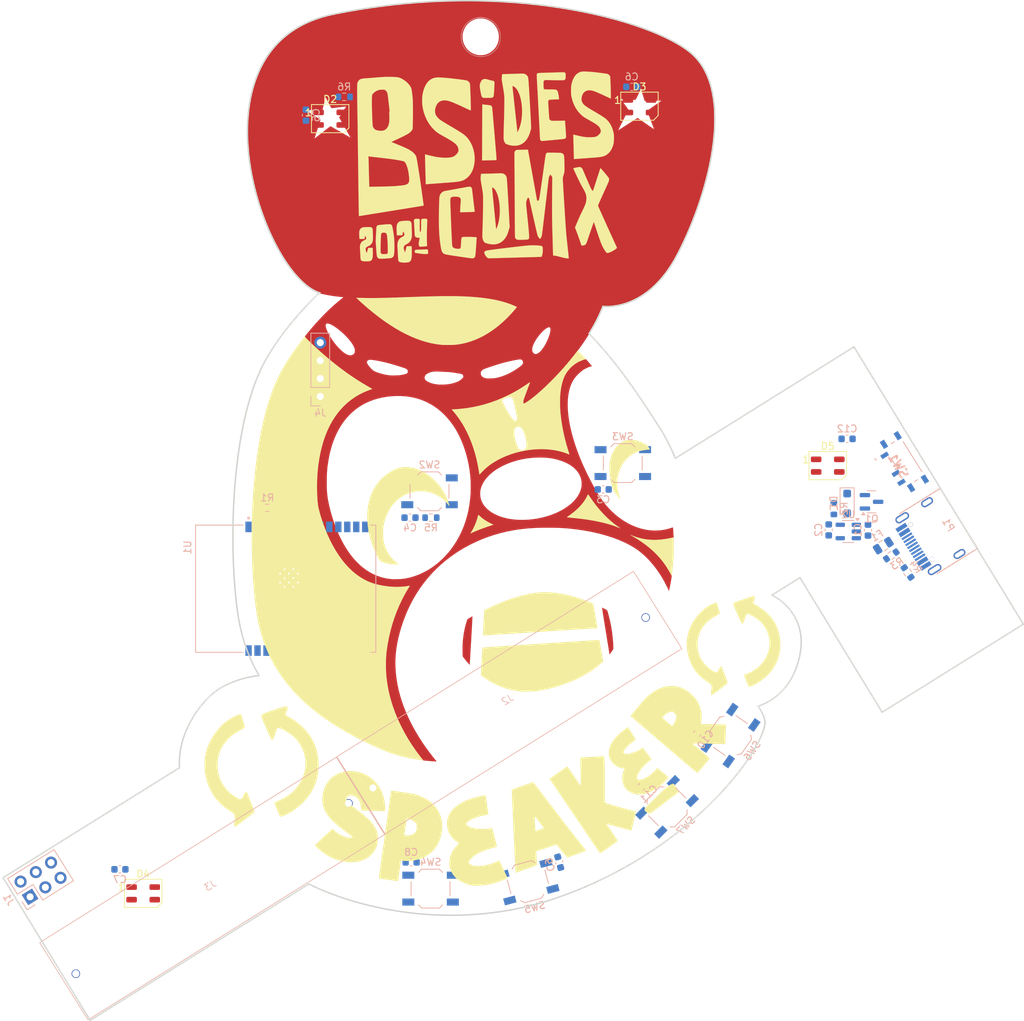
<source format=kicad_pcb>
(kicad_pcb (version 20240108) (generator "pcbnew") (generator_version "8.0")
  (layers (0 "F.Cu" signal) (31 "B.Cu" signal) (34 "B.Paste" user) (35 "F.Paste" user) (36 "B.SilkS" user "B.Silkscreen") (37 "F.SilkS" user "F.Silkscreen") (38 "B.Mask" user) (39 "F.Mask" user) (44 "Edge.Cuts" user))
  (net 0 "")
  (net 1 "Net-(SW1-B)")
  (net 2 "GND")
  (net 3 "+3V3")
  (net 4 "/BOOT")
  (net 5 "/EN")
  (net 6 "/GPIO1")
  (net 7 "/GPIO22")
  (net 8 "/GPIO15")
  (net 9 "/GPIO23")
  (net 10 "Net-(D1-K)")
  (net 11 "VBUS")
  (net 12 "Net-(D2-DIN)")
  (net 13 "Net-(D2-DOUT)")
  (net 14 "Net-(D3-DOUT)")
  (net 15 "Net-(D4-DOUT)")
  (net 17 "Net-(F1-Pad1)")
  (net 24 "+BATT")
  (net 25 "Net-(J2-Pin_1)")
  (net 26 "/SDA")
  (net 27 "/SCL")
  (net 28 "/D+")
  (net 29 "/D-")
  (net 30 "Net-(P1-CC)")
  (net 31 "Net-(P1-VCONN)")
  (net 32 "/PIN")
  (net 41 "/RX")
  (net 43 "/TX")
  (footprint "LED_SMD:LED_WS2812B-Mini_PLCC4_3.5x3.5mm" (layer "F.Cu") (at 120.69 42.7)
    (property "Reference" "D2")
    (property "Value" "WS2812B")
  )
  (footprint "LED_SMD:LED_WS2812B-Mini_PLCC4_3.5x3.5mm" (layer "F.Cu") (at 164.46 40.94)
    (property "Reference" "D3")
    (property "Value" "WS2812B")
  )
  (footprint "LED_SMD:LED_WS2812B-Mini_PLCC4_3.5x3.5mm" (layer "F.Cu") (at 94.23 152.33)
    (property "Reference" "D4")
    (property "Value" "WS2812B")
  )
  (footprint "LED_SMD:LED_WS2812B-Mini_PLCC4_3.5x3.5mm" (layer "F.Cu") (at 191.1 91.8)
    (property "Reference" "D5")
    (property "Value" "WS2812B")
  )
  (footprint "Speaker:Badge Speaker_Bsides 2024 CDMX" (layer "F.Cu") (at 141.83 92.45)
    (property "Reference" "Ref**" (hide yes))
    (property "Value" "Val**" (hide yes))
  )
  (footprint "bsides:BH-AAA-A1aj001" (layer "B.Cu") (at 103.993093 151.644337 -148)
    (property "Reference" "J3")
    (property "Value" "Battery")
  )
  (footprint "Button_Switch_SMD:SW_SPST_TL3342" (layer "B.Cu") (at 148.67 150.68 15)
    (property "Reference" "SW5")
    (property "Value" "~")
  )
  (footprint "Capacitor_SMD:C_0603_1608Metric" (layer "B.Cu") (at 132.145 147.93 180)
    (property "Reference" "C8")
    (property "Value" "0.1uF")
  )
  (footprint "Resistor_SMD:R_0603_1608Metric" (layer "B.Cu") (at 200.0958 104.506799 35)
    (property "Reference" "R3")
    (property "Value" "5k1")
  )
  (footprint "Capacitor_SMD:C_0603_1608Metric" (layer "B.Cu") (at 131.9875 99.16)
    (property "Reference" "C4")
    (property "Value" "0.1uF")
  )
  (footprint "Capacitor_SMD:C_0603_1608Metric" (layer "B.Cu") (at 196.7975 100.925 -90)
    (property "Reference" "C1")
    (property "Value" "10uF")
  )
  (footprint "bsides:Display OLED 128 x32" (layer "B.Cu") (at 119.29 82.01)
    (property "Reference" "J4")
    (property "Value" "OLED")
  )
  (footprint "bsides:C393939" (layer "B.Cu") (at 203.934509 102.844101 -58)
    (property "Reference" "P1")
    (property "Value" "USB_C_Plug_USB2.0" (hide yes))
  )
  (footprint "Package_TO_SOT_SMD:SOT-23-5" (layer "B.Cu") (at 194.01 101.12 180)
    (property "Reference" "U2")
    (property "Value" "AP2112K-3.3")
  )
  (footprint "Diode_SMD:D_SOD-123F" (layer "B.Cu") (at 193.85 97.15 -90)
    (property "Reference" "D1")
    (property "Value" "MBR120")
  )
  (footprint "bsides:MSK12C02" (layer "B.Cu") (at 201.953852 91.247118 -58)
    (property "Reference" "SW1")
    (property "Value" "ON" (hide yes))
  )
  (footprint "Resistor_SMD:R_0603_1608Metric" (layer "B.Cu") (at 134.9475 99.16)
    (property "Reference" "R5")
    (property "Value" "10K")
  )
  (footprint "Capacitor_SMD:C_0603_1608Metric" (layer "B.Cu") (at 163.365 38.2 180)
    (property "Reference" "C6")
    (property "Value" "0.1uF")
  )
  (footprint "Capacitor_SMD:C_0603_1608Metric" (layer "B.Cu") (at 172.63 129.72 55)
    (property "Reference" "C10")
    (property "Value" "0.1uF")
  )
  (footprint "Resistor_SMD:R_0603_1608Metric" (layer "B.Cu") (at 122.68 39.62 180)
    (property "Reference" "R6")
    (property "Value" "470")
  )
  (footprint "Capacitor_SMD:C_0603_1608Metric" (layer "B.Cu") (at 164.74 137.25 45)
    (property "Reference" "C11")
    (property "Value" "0.1uF")
  )
  (footprint "bsides:XCVR_ESP32-C6-WROOM-1-N8" (layer "B.Cu") (at 114.4 109.22 -90)
    (property "Reference" "U1")
    (property "Value" "ESP32-C6-WROOM-1U-N4")
  )
  (footprint "Capacitor_SMD:C_0603_1608Metric" (layer "B.Cu") (at 117.27 42.205 90)
    (property "Reference" "C5")
    (property "Value" "0.1uF")
  )
  (footprint "Button_Switch_SMD:SW_SPST_TL3342" (layer "B.Cu") (at 134.9 151.66 180)
    (property "Reference" "SW4")
    (property "Value" "RESET")
  )
  (footprint "bsides:BH-AAA-A1aj001" (layer "B.Cu") (at 146.043095 125.344337 -148)
    (property "Reference" "J2")
    (property "Value" "Battery")
  )
  (footprint "Resistor_SMD:R_0603_1608Metric" (layer "B.Cu") (at 202.4 106.92 125)
    (property "Reference" "R4")
    (property "Value" "5k1")
  )
  (footprint "Button_Switch_SMD:SW_SPST_TL3342" (layer "B.Cu") (at 177.340376 129.989876 55)
    (property "Reference" "SW6")
    (property "Value" "RESET")
  )
  (footprint "Resistor_SMD:R_0603_1608Metric" (layer "B.Cu") (at 111.78 97.78 180)
    (property "Reference" "R1")
    (property "Value" "3.3K")
  )
  (footprint "Package_TO_SOT_SMD:SOT-23" (layer "B.Cu") (at 197.2975 96.92)
    (property "Reference" "Q1")
    (property "Value" "DMG3415U-7")
  )
  (footprint "Capacitor_SMD:C_0603_1608Metric" (layer "B.Cu") (at 153.1 147.92 -75)
    (property "Reference" "C9")
    (property "Value" "0.1uF")
  )
  (footprint "Capacitor_SMD:C_0603_1608Metric" (layer "B.Cu") (at 193.84 88.01 180)
    (property "Reference" "C12")
    (property "Value" "0.1uF")
  )
  (footprint "Capacitor_SMD:C_0603_1608Metric" (layer "B.Cu") (at 159.33 95.17)
    (property "Reference" "C3")
    (property "Value" "0.1uF")
  )
  (footprint "Connector_PinSocket_2.54mm:PinSocket_2x03_P2.54mm_Vertical" (layer "B.Cu") (at 78.23 152.82 -58)
    (property "Reference" "J1")
    (property "Value" "Conn_02x03_Odd_Even")
  )
  (footprint "Button_Switch_SMD:SW_SPST_TL3342" (layer "B.Cu") (at 162.1 91.44 180)
    (property "Reference" "SW3")
    (property "Value" "BOOT")
  )
  (footprint "Capacitor_SMD:C_0603_1608Metric" (layer "B.Cu") (at 191.2375 100.895 -90)
    (property "Reference" "C2")
    (property "Value" "10uF")
  )
  (footprint "Capacitor_SMD:C_0603_1608Metric" (layer "B.Cu") (at 90.94 148.93)
    (property "Reference" "C7")
    (property "Value" "0.1uF")
  )
  (footprint "Resistor_SMD:R_0603_1608Metric" (layer "B.Cu") (at 191.97 97.88 90)
    (property "Reference" "R2")
    (property "Value" "100K")
  )
  (footprint "Button_Switch_SMD:SW_SPST_TL3342" (layer "B.Cu") (at 168.37 140.09 45)
    (property "Reference" "SW7")
    (property "Value" "~")
  )
  (footprint "Button_Switch_SMD:SW_SPST_TL3342" (layer "B.Cu") (at 134.75 95.43 180)
    (property "Reference" "SW2")
    (property "Value" "RESET")
  )
  (footprint "Fuse:Fuse_0805_2012Metric" (layer "B.Cu") (at 198.96 103.12 -148)
    (property "Reference" "F1")
    (property "Value" "0.5A")
  )
  (gr_curve (pts (xy 107.592796 112.558374) (xy 108.062383 115.880273) (xy 109.061148 118.837393) (xy 110.631139 121.500585)) (stroke (width 0.2)) (layer "Edge.Cuts"))
  (gr_curve (pts (xy 153.224359 152.803642) (xy 172.502397 145.92257) (xy 182.164218 131.650428) (xy 182.220258 128.126683)) (stroke (width 0.2)) (layer "Edge.Cuts"))
  (gr_curve (pts (xy 181.249516 125.860135) (xy 183.821821 124.93936) (xy 186.190839 122.910083) (xy 187.108962 118.837393)) (stroke (width 0.2)) (layer "Edge.Cuts"))
  (gr_curve (pts (xy 187.108962 118.837393) (xy 188.44769 112.887727) (xy 183.765735 110.380363) (xy 183.219064 110.111229)) (stroke (width 0.2)) (layer "Edge.Cuts"))
  (gr_curve (pts (xy 169.534134 90.764182) (xy 168.675559 88.681797) (xy 167.82742 87.22978) (xy 167.396378 86.556915)) (stroke (width 0.2)) (layer "Edge.Cuts"))
  (gr_line (start 218.782321 114.233489) (end 194.81527 74.994005) (stroke (width 0.2)) (layer "Edge.Cuts"))
  (gr_line (start 194.81527 74.994005) (end 169.534134 90.764182) (stroke (width 0.2)) (layer "Edge.Cuts"))
  (gr_curve (pts (xy 119.175058 67.340888) (xy 119.175058 67.340888) (xy 114.671792 71.420669) (xy 111.675461 76.633702)) (stroke (width 0.2)) (layer "Edge.Cuts"))
  (gr_curve (pts (xy 157.321056 73.127647) (xy 158.088553 71.884608) (xy 158.771951 70.58133) (xy 159.287096 69.249755)) (stroke (width 0.2)) (layer "Edge.Cuts"))
  (gr_curve (pts (xy 167.396378 86.556915) (xy 164.329976 81.747592) (xy 161.193502 77.094097) (xy 157.321056 73.127647)) (stroke (width 0.2)) (layer "Edge.Cuts"))
  (gr_curve (pts (xy 119.238113 67.355054) (xy 119.217052 67.351513) (xy 119.19606 67.34443) (xy 119.175058 67.340888)) (stroke (width 0.2)) (layer "Edge.Cuts"))
  (gr_line (start 198.799883 126.695922) (end 218.782321 114.233489) (stroke (width 0.2)) (layer "Edge.Cuts"))
  (gr_curve (pts (xy 105.216762 123.246527) (xy 102.788196 124.663115) (xy 99.048919 129.231618) (xy 99.367839 134.550892)) (stroke (width 0.2)) (layer "Edge.Cuts"))
  (gr_line (start 86.734243 170.29849) (end 117.664614 151.004569) (stroke (width 0.2)) (layer "Edge.Cuts"))
  (gr_curve (pts (xy 117.664614 151.004569) (xy 124.708572 154.535403) (xy 138.803542 157.952933) (xy 153.224359 152.803642)) (stroke (width 0.2)) (layer "Edge.Cuts"))
  (gr_line (start 187.168556 107.649903) (end 198.799883 126.695922) (stroke (width 0.2)) (layer "Edge.Cuts"))
  (gr_curve (pts (xy 111.675461 76.633702) (xy 106.64661 85.388205) (xy 106.233066 102.897233) (xy 107.592796 112.558374)) (stroke (width 0.2)) (layer "Edge.Cuts"))
  (gr_line (start 183.219064 110.111229) (end 187.168556 107.649903) (stroke (width 0.2)) (layer "Edge.Cuts"))
  (gr_curve (pts (xy 110.631139 121.500585) (xy 109.155775 121.674114) (xy 107.140707 122.123888) (xy 105.216762 123.246527)) (stroke (width 0.2)) (layer "Edge.Cuts"))
  (gr_curve (pts (xy 159.287096 69.249755) (xy 159.287096 69.249755) (xy 165.489973 70.198865) (xy 169.818016 61.915363)) (stroke (width 0.2)) (layer "Edge.Cuts"))
  (gr_line (start 74.40207 150.108566) (end 86.734243 170.29849) (stroke (width 0.2)) (layer "Edge.Cuts"))
  (gr_curve (pts (xy 182.220258 128.126683) (xy 182.230771 127.538788) (xy 181.866304 126.749048) (xy 181.249516 125.860135)) (stroke (width 0.2)) (layer "Edge.Cuts"))
  (gr_circle (center 142 31.15) (end 144.785 31.15) (stroke (width 0.05)) (fill none) (layer "Edge.Cuts"))
  (gr_curve (pts (xy 121.200604 27.913703) (xy 100.124775 32.213051) (xy 110.995616 64.79812) (xy 119.238113 67.355054)) (stroke (width 0.2)) (layer "Edge.Cuts"))
  (gr_curve (pts (xy 171.699866 33.381732) (xy 166.187357 28.767208) (xy 145.62321 22.930851) (xy 121.200604 27.913703)) (stroke (width 0.2)) (layer "Edge.Cuts"))
  (gr_line (start 99.367839 134.550892) (end 74.40207 150.108566) (stroke (width 0.2)) (layer "Edge.Cuts"))
  (gr_curve (pts (xy 169.818016 61.915363) (xy 174.556008 52.845659) (xy 178.000878 38.654988) (xy 171.699866 33.381732)) (stroke (width 0.2)) (layer "Edge.Cuts"))
)
</source>
